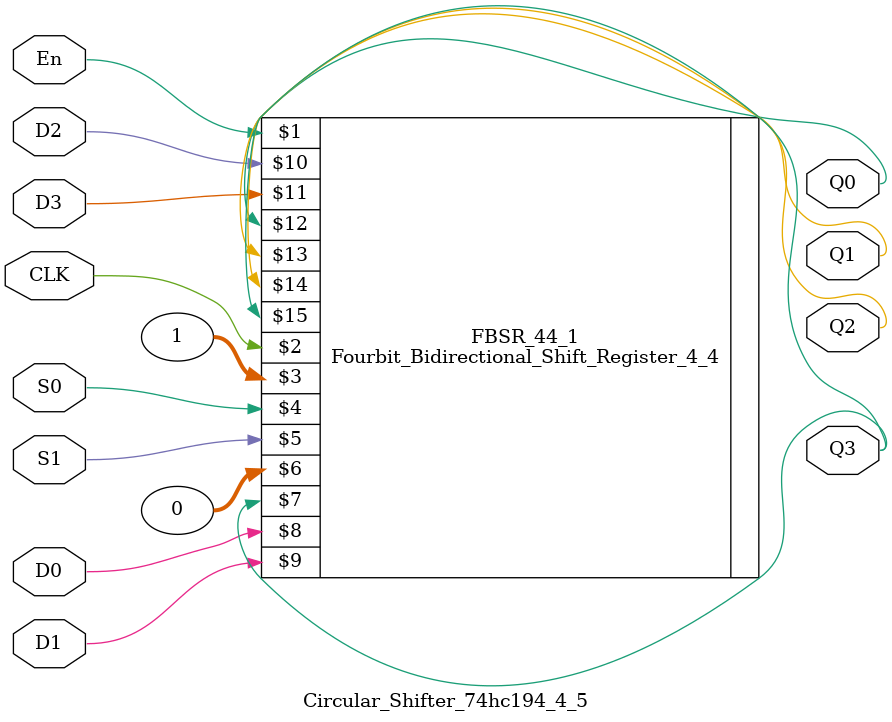
<source format=v>
module Circular_Shifter_74hc194_4_5(input En,CLK,S0,S1,D0,D1,D2,D3,output Q0,Q1,Q2,Q3);
Fourbit_Bidirectional_Shift_Register_4_4   FBSR_44_1(En,CLK,1,S0,S1,0,Q3,D0,D1,D2,D3,Q0,Q1,Q2,Q3);

endmodule 
</source>
